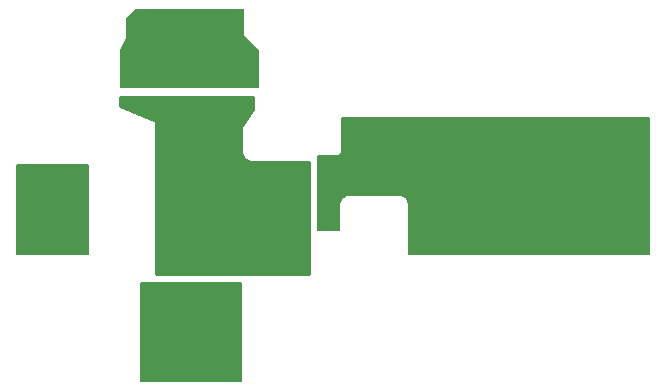
<source format=gbr>
%TF.GenerationSoftware,KiCad,Pcbnew,9.0.6*%
%TF.CreationDate,2026-02-02T20:31:12-05:00*%
%TF.ProjectId,Modular_Load,4d6f6475-6c61-4725-9f4c-6f61642e6b69,rev?*%
%TF.SameCoordinates,Original*%
%TF.FileFunction,Other,ECO2*%
%FSLAX46Y46*%
G04 Gerber Fmt 4.6, Leading zero omitted, Abs format (unit mm)*
G04 Created by KiCad (PCBNEW 9.0.6) date 2026-02-02 20:31:12*
%MOMM*%
%LPD*%
G01*
G04 APERTURE LIST*
%ADD10C,0.200000*%
%ADD11C,0.250000*%
%ADD12C,0.000000*%
%ADD13C,0.150000*%
G04 APERTURE END LIST*
D10*
X155250000Y-85250000D02*
X135000000Y-85250000D01*
X135000000Y-81000000D01*
X134750000Y-80500000D01*
X134250000Y-80250000D01*
X129750000Y-80250000D01*
X129250000Y-80500000D01*
X129000000Y-81000000D01*
X129000000Y-83250000D01*
X127250000Y-83250000D01*
X127250000Y-77000000D01*
X129000000Y-77000000D01*
X129250000Y-76750000D01*
X129250000Y-73750000D01*
X155250000Y-73750000D01*
X155250000Y-85250000D01*
G36*
X155250000Y-85250000D02*
G01*
X135000000Y-85250000D01*
X135000000Y-81000000D01*
X134750000Y-80500000D01*
X134250000Y-80250000D01*
X129750000Y-80250000D01*
X129250000Y-80500000D01*
X129000000Y-81000000D01*
X129000000Y-83250000D01*
X127250000Y-83250000D01*
X127250000Y-77000000D01*
X129000000Y-77000000D01*
X129250000Y-76750000D01*
X129250000Y-73750000D01*
X155250000Y-73750000D01*
X155250000Y-85250000D01*
G37*
D11*
X121750000Y-73000000D02*
X120750000Y-74500000D01*
X120750000Y-76750000D01*
X121000000Y-77250000D01*
X121500000Y-77500000D01*
X126500000Y-77500000D01*
X126500000Y-87000000D01*
X113500000Y-87000000D01*
X113500000Y-74000000D01*
X110500000Y-72750000D01*
X110500000Y-72000000D01*
X121750000Y-72000000D01*
X121750000Y-73000000D01*
G36*
X121750000Y-73000000D02*
G01*
X120750000Y-74500000D01*
X120750000Y-76750000D01*
X121000000Y-77250000D01*
X121500000Y-77500000D01*
X126500000Y-77500000D01*
X126500000Y-87000000D01*
X113500000Y-87000000D01*
X113500000Y-74000000D01*
X110500000Y-72750000D01*
X110500000Y-72000000D01*
X121750000Y-72000000D01*
X121750000Y-73000000D01*
G37*
D12*
G36*
X121000000Y-66750000D02*
G01*
X122250000Y-68000000D01*
X122250000Y-71250000D01*
X110500000Y-71250000D01*
X110500000Y-68000000D01*
X111000000Y-67000000D01*
X111000000Y-65250000D01*
X111750000Y-64500000D01*
X121000000Y-64500000D01*
X121000000Y-66750000D01*
G37*
D13*
X101750000Y-77750000D02*
X107750000Y-77750000D01*
X107750000Y-85250000D01*
X101750000Y-85250000D01*
X101750000Y-77750000D01*
G36*
X101750000Y-77750000D02*
G01*
X107750000Y-77750000D01*
X107750000Y-85250000D01*
X101750000Y-85250000D01*
X101750000Y-77750000D01*
G37*
X112250000Y-87750000D02*
X120750000Y-87750000D01*
X120750000Y-96000000D01*
X112250000Y-96000000D01*
X112250000Y-87750000D01*
G36*
X112250000Y-87750000D02*
G01*
X120750000Y-87750000D01*
X120750000Y-96000000D01*
X112250000Y-96000000D01*
X112250000Y-87750000D01*
G37*
M02*

</source>
